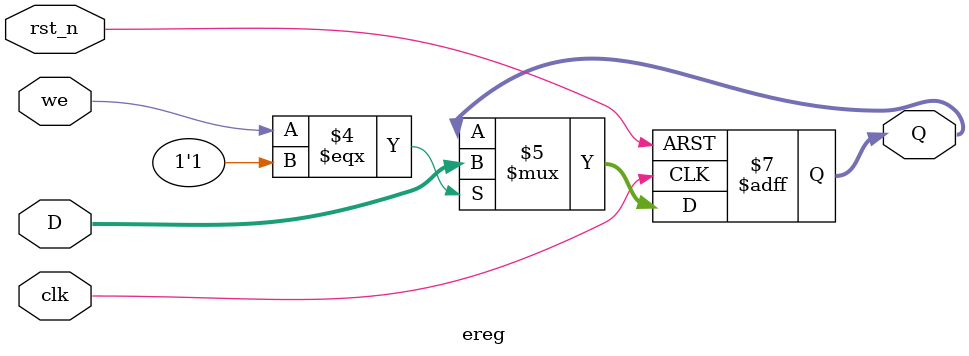
<source format=v>

`define false 1'b 0
`define FALSE 1'b 0
`define true 1'b 1
`define TRUE 1'b 1

`timescale 1 ns / 1 ns // timescale for following modules


module ereg (
   clk,
   rst_n,
   we,
   D,
   Q);
 

input   clk; 
input   rst_n; 
input   we; 
input   [38:0] D; 
output   [38:0] Q; 

reg     [38:0] Q; 


always @(posedge clk or negedge rst_n)
   begin : _reg_
   if (rst_n === 1'b 0)
      begin
      Q <= {39{1'b 0}};   
      end
   else if (clk === 1'b 1 )
      begin
      if (we === 1'b 1)
         begin
         Q <= D;   
         end
      end
   end


endmodule // module ereg


</source>
